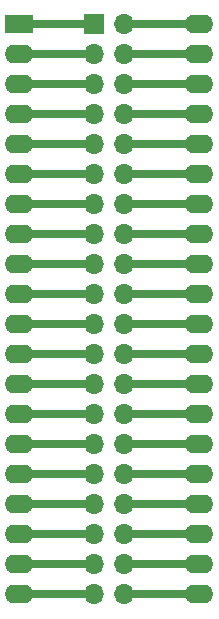
<source format=gtl>
G04 #@! TF.GenerationSoftware,KiCad,Pcbnew,6.0.2+dfsg-1*
G04 #@! TF.CreationDate,2025-08-24T00:36:07+02:00*
G04 #@! TF.ProjectId,DIP40-TO-2x20,44495034-302d-4544-9f2d-327832302e6b,rev?*
G04 #@! TF.SameCoordinates,Original*
G04 #@! TF.FileFunction,Copper,L1,Top*
G04 #@! TF.FilePolarity,Positive*
%FSLAX46Y46*%
G04 Gerber Fmt 4.6, Leading zero omitted, Abs format (unit mm)*
G04 Created by KiCad (PCBNEW 6.0.2+dfsg-1) date 2025-08-24 00:36:07*
%MOMM*%
%LPD*%
G01*
G04 APERTURE LIST*
G04 #@! TA.AperFunction,ComponentPad*
%ADD10R,1.700000X1.700000*%
G04 #@! TD*
G04 #@! TA.AperFunction,ComponentPad*
%ADD11O,1.700000X1.700000*%
G04 #@! TD*
G04 #@! TA.AperFunction,ComponentPad*
%ADD12R,2.400000X1.600000*%
G04 #@! TD*
G04 #@! TA.AperFunction,ComponentPad*
%ADD13O,2.400000X1.600000*%
G04 #@! TD*
G04 #@! TA.AperFunction,Conductor*
%ADD14C,0.635000*%
G04 #@! TD*
G04 APERTURE END LIST*
D10*
X39365000Y-25400000D03*
D11*
X41905000Y-25400000D03*
X39365000Y-27940000D03*
X41905000Y-27940000D03*
X39365000Y-30480000D03*
X41905000Y-30480000D03*
X39365000Y-33020000D03*
X41905000Y-33020000D03*
X39365000Y-35560000D03*
X41905000Y-35560000D03*
X39365000Y-38100000D03*
X41905000Y-38100000D03*
X39365000Y-40640000D03*
X41905000Y-40640000D03*
X39365000Y-43180000D03*
X41905000Y-43180000D03*
X39365000Y-45720000D03*
X41905000Y-45720000D03*
X39365000Y-48260000D03*
X41905000Y-48260000D03*
X39365000Y-50800000D03*
X41905000Y-50800000D03*
X39365000Y-53340000D03*
X41905000Y-53340000D03*
X39365000Y-55880000D03*
X41905000Y-55880000D03*
X39365000Y-58420000D03*
X41905000Y-58420000D03*
X39365000Y-60960000D03*
X41905000Y-60960000D03*
X39365000Y-63500000D03*
X41905000Y-63500000D03*
X39365000Y-66040000D03*
X41905000Y-66040000D03*
X39365000Y-68580000D03*
X41905000Y-68580000D03*
X39365000Y-71120000D03*
X41905000Y-71120000D03*
X39365000Y-73660000D03*
X41905000Y-73660000D03*
D12*
X33015000Y-25400000D03*
D13*
X33015000Y-27940000D03*
X33015000Y-30480000D03*
X33015000Y-33020000D03*
X33015000Y-35560000D03*
X33015000Y-38100000D03*
X33015000Y-40640000D03*
X33015000Y-43180000D03*
X33015000Y-45720000D03*
X33015000Y-48260000D03*
X33015000Y-50800000D03*
X33015000Y-53340000D03*
X33015000Y-55880000D03*
X33015000Y-58420000D03*
X33015000Y-60960000D03*
X33015000Y-63500000D03*
X33015000Y-66040000D03*
X33015000Y-68580000D03*
X33015000Y-71120000D03*
X33015000Y-73660000D03*
X48255000Y-73660000D03*
X48255000Y-71120000D03*
X48255000Y-68580000D03*
X48255000Y-66040000D03*
X48255000Y-63500000D03*
X48255000Y-60960000D03*
X48255000Y-58420000D03*
X48255000Y-55880000D03*
X48255000Y-53340000D03*
X48255000Y-50800000D03*
X48255000Y-48260000D03*
X48255000Y-45720000D03*
X48255000Y-43180000D03*
X48255000Y-40640000D03*
X48255000Y-38100000D03*
X48255000Y-35560000D03*
X48255000Y-33020000D03*
X48255000Y-30480000D03*
X48255000Y-27940000D03*
X48255000Y-25400000D03*
D14*
X33015000Y-25400000D02*
X39365000Y-25400000D01*
X33015000Y-27940000D02*
X39365000Y-27940000D01*
X33015000Y-30480000D02*
X39365000Y-30480000D01*
X33015000Y-33020000D02*
X39365000Y-33020000D01*
X33015000Y-35560000D02*
X39365000Y-35560000D01*
X33015000Y-38100000D02*
X39365000Y-38100000D01*
X33015000Y-40640000D02*
X39365000Y-40640000D01*
X33015000Y-43180000D02*
X39365000Y-43180000D01*
X33015000Y-45720000D02*
X39365000Y-45720000D01*
X33015000Y-48260000D02*
X39365000Y-48260000D01*
X33015000Y-50800000D02*
X39365000Y-50800000D01*
X33015000Y-53340000D02*
X39365000Y-53340000D01*
X33015000Y-55880000D02*
X39365000Y-55880000D01*
X33015000Y-58420000D02*
X39365000Y-58420000D01*
X33015000Y-60960000D02*
X39365000Y-60960000D01*
X33015000Y-63500000D02*
X39365000Y-63500000D01*
X33015000Y-66040000D02*
X39365000Y-66040000D01*
X33015000Y-68580000D02*
X39365000Y-68580000D01*
X33015000Y-71120000D02*
X39365000Y-71120000D01*
X33015000Y-73660000D02*
X39365000Y-73660000D01*
X41905000Y-73660000D02*
X48255000Y-73660000D01*
X41905000Y-71120000D02*
X48255000Y-71120000D01*
X41905000Y-68580000D02*
X48255000Y-68580000D01*
X41905000Y-66040000D02*
X48255000Y-66040000D01*
X41905000Y-63500000D02*
X48255000Y-63500000D01*
X41905000Y-60960000D02*
X48255000Y-60960000D01*
X41905000Y-58420000D02*
X48255000Y-58420000D01*
X41905000Y-55880000D02*
X48255000Y-55880000D01*
X41905000Y-53340000D02*
X48255000Y-53340000D01*
X41905000Y-50800000D02*
X48255000Y-50800000D01*
X41905000Y-48260000D02*
X48255000Y-48260000D01*
X41905000Y-45720000D02*
X48255000Y-45720000D01*
X41905000Y-43180000D02*
X48255000Y-43180000D01*
X41905000Y-40640000D02*
X48255000Y-40640000D01*
X41905000Y-38100000D02*
X48255000Y-38100000D01*
X41905000Y-35560000D02*
X48255000Y-35560000D01*
X41905000Y-33020000D02*
X48255000Y-33020000D01*
X41905000Y-30480000D02*
X48255000Y-30480000D01*
X41905000Y-27940000D02*
X48255000Y-27940000D01*
X41905000Y-25400000D02*
X48255000Y-25400000D01*
M02*

</source>
